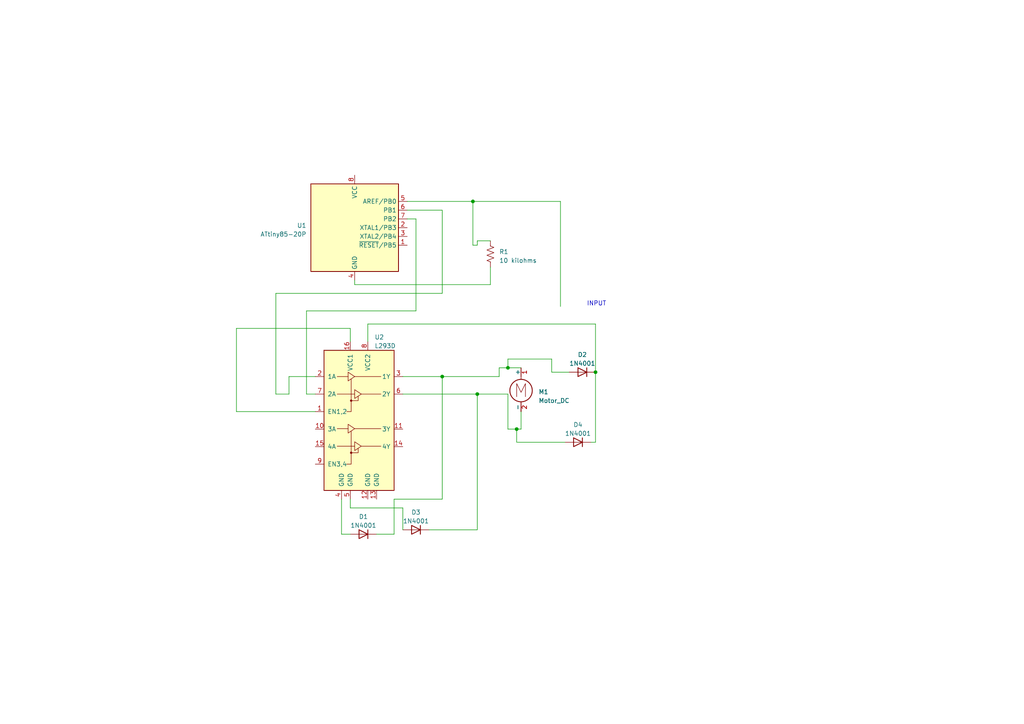
<source format=kicad_sch>
(kicad_sch (version 20230121) (generator eeschema)
  (paper "A4")
  (lib_symbols
    (symbol "Device:R_US" (pin_numbers hide) (pin_names (offset 0))
      (property "Reference" "R" (at 2.54 0 90))
      (property "Value" "R_US" (at -2.54 0 90))
      (symbol "R_US_0_1"
        (polyline (pts (xy 0 -2.286) (xy 0 -2.54)))
        (polyline (pts (xy 0 2.286) (xy 0 2.54)))
        (polyline (pts (xy 0 -0.762) (xy 1.016 -1.143) (xy 0 -1.524) (xy -1.016 -1.905) (xy 0 -2.286)))
        (polyline (pts (xy 0 0.762) (xy 1.016 0.381) (xy 0 0) (xy -1.016 -0.381) (xy 0 -0.762)))
        (polyline (pts (xy 0 2.286) (xy 1.016 1.905) (xy 0 1.524) (xy -1.016 1.143) (xy 0 0.762)))
      )
      (symbol "R_US_1_1"
        (pin passive line (at 0 3.81 270) (length 1.27) (name "~") (number "1"))
        (pin passive line (at 0 -3.81 90) (length 1.27) (name "~") (number "2"))
      )
    )
    (symbol "Diode:1N4001" (pin_numbers hide) (pin_names hide)
      (property "Reference" "D" (at 0 2.54 0))
      (property "Value" "1N4001" (at 0 -2.54 0))
      (symbol "1N4001_0_1"
        (polyline (pts (xy -1.27 1.27) (xy -1.27 -1.27)) (stroke (width 0.254)))
        (polyline (pts (xy 1.27 0) (xy -1.27 0)))
        (polyline (pts (xy 1.27 1.27) (xy 1.27 -1.27) (xy -1.27 0) (xy 1.27 1.27)) (stroke (width 0.254)))
      )
      (symbol "1N4001_1_1"
        (pin passive line (at -3.81 0 0) (length 2.54) (name "K") (number "1"))
        (pin passive line (at 3.81 0 180) (length 2.54) (name "A") (number "2"))
      )
    )
    (symbol "Driver_Motor:L293D" (pin_names (offset 1.016))
      (property "Reference" "U" (at -5.08 26.035 0))
      (property "Value" "L293D" (at -5.08 24.13 0))
      (symbol "L293D_0_1"
        (rectangle (start -10.16 22.86) (end 10.16 -17.78) (stroke (width 0.254)) (fill (type background)))
        (circle (center -2.286 -6.858) (radius 0.254) (fill (type outline)))
        (circle (center -2.286 8.255) (radius 0.254) (fill (type outline)))
        (polyline (pts (xy -6.35 -4.953) (xy -1.27 -4.953)))
        (polyline (pts (xy -6.35 0.127) (xy -3.175 0.127)))
        (polyline (pts (xy -6.35 10.16) (xy -1.27 10.16)))
        (polyline (pts (xy -6.35 15.24) (xy -3.175 15.24)))
        (polyline (pts (xy -1.27 0.127) (xy 6.35 0.127)))
        (polyline (pts (xy -1.27 15.24) (xy 6.35 15.24)))
        (polyline (pts (xy 0.635 -4.953) (xy 6.35 -4.953)))
        (polyline (pts (xy 0.635 10.16) (xy 6.35 10.16)))
        (polyline (pts (xy -2.286 -6.858) (xy -0.254 -6.858) (xy -0.254 -5.588)))
        (polyline (pts (xy -2.286 -0.635) (xy -2.286 -10.16) (xy -3.556 -10.16)))
        (polyline (pts (xy -2.286 8.255) (xy -0.254 8.255) (xy -0.254 9.525)))
        (polyline (pts (xy -2.286 14.478) (xy -2.286 5.08) (xy -3.556 5.08)))
        (polyline (pts (xy -3.175 1.397) (xy -3.175 -1.143) (xy -1.27 0.127) (xy -3.175 1.397)))
        (polyline (pts (xy -3.175 16.51) (xy -3.175 13.97) (xy -1.27 15.24) (xy -3.175 16.51)))
        (polyline (pts (xy -1.27 -3.683) (xy -1.27 -6.223) (xy 0.635 -4.953) (xy -1.27 -3.683)))
        (polyline (pts (xy -1.27 11.43) (xy -1.27 8.89) (xy 0.635 10.16) (xy -1.27 11.43)))
      )
      (symbol "L293D_1_1"
        (pin input line (at -12.7 5.08 0) (length 2.54) (name "EN1,2") (number "1"))
        (pin input line (at -12.7 0 0) (length 2.54) (name "3A") (number "10"))
        (pin output line (at 12.7 0 180) (length 2.54) (name "3Y") (number "11"))
        (pin power_in line (at 2.54 -20.32 90) (length 2.54) (name "GND") (number "12"))
        (pin power_in line (at 5.08 -20.32 90) (length 2.54) (name "GND") (number "13"))
        (pin output line (at 12.7 -5.08 180) (length 2.54) (name "4Y") (number "14"))
        (pin input line (at -12.7 -5.08 0) (length 2.54) (name "4A") (number "15"))
        (pin power_in line (at -2.54 25.4 270) (length 2.54) (name "VCC1") (number "16"))
        (pin input line (at -12.7 15.24 0) (length 2.54) (name "1A") (number "2"))
        (pin output line (at 12.7 15.24 180) (length 2.54) (name "1Y") (number "3"))
        (pin power_in line (at -5.08 -20.32 90) (length 2.54) (name "GND") (number "4"))
        (pin power_in line (at -2.54 -20.32 90) (length 2.54) (name "GND") (number "5"))
        (pin output line (at 12.7 10.16 180) (length 2.54) (name "2Y") (number "6"))
        (pin input line (at -12.7 10.16 0) (length 2.54) (name "2A") (number "7"))
        (pin power_in line (at 2.54 25.4 270) (length 2.54) (name "VCC2") (number "8"))
        (pin input line (at -12.7 -10.16 0) (length 2.54) (name "EN3,4") (number "9"))
      )
    )
    (symbol "MCU_Microchip_ATtiny:ATtiny85-20P"
      (property "Reference" "U" (at -12.7 13.97 0))
      (property "Value" "ATtiny85-20P" (at 2.54 -13.97 0))
      (symbol "ATtiny85-20P_0_1"
        (rectangle (start -12.7 -12.7) (end 12.7 12.7) (stroke (width 0.254)) (fill (type background)))
      )
      (symbol "ATtiny85-20P_1_1"
        (pin bidirectional line (at 15.24 -5.08 180) (length 2.54) (name "~{RESET}/PB5") (number "1"))
        (pin bidirectional line (at 15.24 0 180) (length 2.54) (name "XTAL1/PB3") (number "2"))
        (pin bidirectional line (at 15.24 -2.54 180) (length 2.54) (name "XTAL2/PB4") (number "3"))
        (pin power_in line (at 0 -15.24 90) (length 2.54) (name "GND") (number "4"))
        (pin bidirectional line (at 15.24 7.62 180) (length 2.54) (name "AREF/PB0") (number "5"))
        (pin bidirectional line (at 15.24 5.08 180) (length 2.54) (name "PB1") (number "6"))
        (pin bidirectional line (at 15.24 2.54 180) (length 2.54) (name "PB2") (number "7"))
        (pin power_in line (at 0 15.24 270) (length 2.54) (name "VCC") (number "8"))
      )
    )
    (symbol "Motor:Motor_DC" (pin_names (offset 0))
      (property "Reference" "M" (at 2.54 2.54 0))
      (property "Value" "Motor_DC" (at 2.54 -5.08 0))
      (symbol "Motor_DC_0_0"
        (polyline (pts (xy -1.27 -3.302) (xy -1.27 0.508) (xy 0 -2.032) (xy 1.27 0.508) (xy 1.27 -3.302)))
      )
      (symbol "Motor_DC_0_1"
        (circle (center 0 -1.524) (radius 3.2512) (stroke (width 0.254)))
        (polyline (pts (xy 0 -7.62) (xy 0 -7.112)))
        (polyline (pts (xy 0 -4.7752) (xy 0 -5.1816)))
        (polyline (pts (xy 0 1.7272) (xy 0 2.0828)))
        (polyline (pts (xy 0 2.032) (xy 0 2.54)))
      )
      (symbol "Motor_DC_1_1"
        (pin passive line (at 0 5.08 270) (length 2.54) (name "+") (number "1"))
        (pin passive line (at 0 -7.62 90) (length 2.54) (name "-") (number "2"))
      )
    )
  )
  (junction (at 138.43 114.3))
  (junction (at 149.86 124.46))
  (junction (at 128.27 109.22))
  (junction (at 147.32 106.68))
  (junction (at 172.72 107.95))
  (junction (at 137.16 58.42))
  (wire (pts (xy 138.43 71.12) (xy 138.43 69.85)))
  (wire (pts (xy 109.22 154.94) (xy 114.3 154.94)))
  (wire (pts (xy 147.32 106.68) (xy 151.13 106.68)))
  (wire (pts (xy 120.65 90.17) (xy 120.65 63.5)))
  (wire (pts (xy 128.27 144.78) (xy 128.27 109.22)))
  (wire (pts (xy 160.02 104.14) (xy 147.32 104.14)))
  (wire (pts (xy 118.11 60.96) (xy 128.27 60.96)))
  (wire (pts (xy 68.58 95.25) (xy 101.6 95.25)))
  (wire (pts (xy 106.68 93.98) (xy 172.72 93.98)))
  (wire (pts (xy 149.86 124.46) (xy 151.13 124.46)))
  (wire (pts (xy 162.56 88.9) (xy 162.56 58.42)))
  (wire (pts (xy 114.3 154.94) (xy 114.3 144.78)))
  (wire (pts (xy 101.6 147.32) (xy 116.84 147.32)))
  (wire (pts (xy 118.11 58.42) (xy 137.16 58.42)))
  (wire (pts (xy 144.78 109.22) (xy 144.78 106.68)))
  (wire (pts (xy 138.43 69.85) (xy 142.24 69.85)))
  (wire (pts (xy 151.13 124.46) (xy 151.13 119.38)))
  (wire (pts (xy 83.82 114.3) (xy 80.01 114.3)))
  (wire (pts (xy 172.72 93.98) (xy 172.72 107.95)))
  (wire (pts (xy 101.6 144.78) (xy 101.6 147.32)))
  (wire (pts (xy 149.86 128.27) (xy 149.86 124.46)))
  (wire (pts (xy 128.27 60.96) (xy 128.27 85.09)))
  (wire (pts (xy 88.9 90.17) (xy 120.65 90.17)))
  (wire (pts (xy 116.84 109.22) (xy 128.27 109.22)))
  (wire (pts (xy 83.82 109.22) (xy 83.82 114.3)))
  (wire (pts (xy 142.24 82.55) (xy 102.87 82.55)))
  (wire (pts (xy 114.3 144.78) (xy 128.27 144.78)))
  (wire (pts (xy 142.24 77.47) (xy 142.24 82.55)))
  (wire (pts (xy 99.06 154.94) (xy 101.6 154.94)))
  (wire (pts (xy 147.32 104.14) (xy 147.32 106.68)))
  (wire (pts (xy 147.32 124.46) (xy 149.86 124.46)))
  (wire (pts (xy 91.44 109.22) (xy 83.82 109.22)))
  (wire (pts (xy 172.72 128.27) (xy 172.72 107.95)))
  (wire (pts (xy 144.78 106.68) (xy 147.32 106.68)))
  (wire (pts (xy 99.06 144.78) (xy 99.06 154.94)))
  (wire (pts (xy 162.56 58.42) (xy 137.16 58.42)))
  (wire (pts (xy 120.65 63.5) (xy 118.11 63.5)))
  (wire (pts (xy 165.1 107.95) (xy 160.02 107.95)))
  (wire (pts (xy 91.44 114.3) (xy 88.9 114.3)))
  (wire (pts (xy 163.83 128.27) (xy 149.86 128.27)))
  (wire (pts (xy 138.43 114.3) (xy 147.32 114.3)))
  (wire (pts (xy 116.84 147.32) (xy 116.84 153.67)))
  (wire (pts (xy 68.58 119.38) (xy 68.58 95.25)))
  (wire (pts (xy 137.16 71.12) (xy 138.43 71.12)))
  (wire (pts (xy 116.84 114.3) (xy 138.43 114.3)))
  (wire (pts (xy 91.44 119.38) (xy 68.58 119.38)))
  (wire (pts (xy 128.27 109.22) (xy 144.78 109.22)))
  (wire (pts (xy 88.9 114.3) (xy 88.9 90.17)))
  (wire (pts (xy 147.32 114.3) (xy 147.32 124.46)))
  (wire (pts (xy 101.6 95.25) (xy 101.6 99.06)))
  (wire (pts (xy 106.68 99.06) (xy 106.68 93.98)))
  (wire (pts (xy 102.87 82.55) (xy 102.87 81.28)))
  (wire (pts (xy 80.01 114.3) (xy 80.01 85.09)))
  (wire (pts (xy 80.01 85.09) (xy 128.27 85.09)))
  (wire (pts (xy 160.02 107.95) (xy 160.02 104.14)))
  (wire (pts (xy 137.16 58.42) (xy 137.16 71.12)))
  (wire (pts (xy 124.46 153.67) (xy 138.43 153.67)))
  (wire (pts (xy 138.43 114.3) (xy 138.43 153.67)))
  (wire (pts (xy 171.45 128.27) (xy 172.72 128.27)))
  (text "INPUT" (at 170.18 88.9 0) (effects (font (size 1.27 1.27)) (justify left bottom)))
  (symbol (lib_id "Diode:1N4001") (at 167.64 128.27 0) (mirror y) (unit 1)
    (property "Reference" "D4" (at 167.64 123.19 0))
    (property "Value" "1N4001" (at 167.64 125.73 0))
    (property "Footprint" "Diode_THT:D_DO-41_SOD81_P10.16mm_Horizontal" (effects hide))
    (property "Datasheet" "http://www.vishay.com/docs/88503/1n4001.pdf" (effects hide))
    (property "Sim.Device" "D" (effects hide))
    (property "Sim.Pins" "1=K 2=A" (effects hide))
  )
  (symbol (lib_id "MCU_Microchip_ATtiny:ATtiny85-20P") (at 102.87 66.04 0) (unit 1)
    (property "Reference" "U1" (at 88.9 65.405 0) (effects (justify right)))
    (property "Value" "ATtiny85-20P" (at 88.9 67.945 0) (effects (justify right)))
    (property "Footprint" "Package_DIP:DIP-8_W7.62mm" (effects hide))
    (property "Datasheet" "http://ww1.microchip.com/downloads/en/DeviceDoc/atmel-2586-avr-8-bit-microcontroller-attiny25-attiny45-attiny85_datasheet.pdf" (effects hide))
  )
  (symbol (lib_id "Diode:1N4001") (at 120.65 153.67 0) (mirror y) (unit 1)
    (property "Reference" "D3" (at 120.65 148.59 0))
    (property "Value" "1N4001" (at 120.65 151.13 0))
    (property "Footprint" "Diode_THT:D_DO-41_SOD81_P10.16mm_Horizontal" (effects hide))
    (property "Datasheet" "http://www.vishay.com/docs/88503/1n4001.pdf" (effects hide))
    (property "Sim.Device" "D" (effects hide))
    (property "Sim.Pins" "1=K 2=A" (effects hide))
  )
  (symbol (lib_id "Device:R_US") (at 142.24 73.66 0) (unit 1)
    (property "Reference" "R1" (at 144.78 73.025 0) (effects (justify left)))
    (property "Value" "10 kilohms" (at 144.78 75.565 0) (effects (justify left)))
  )
  (symbol (lib_id "Diode:1N4001") (at 168.91 107.95 0) (mirror y) (unit 1)
    (property "Reference" "D2" (at 168.91 102.87 0))
    (property "Value" "1N4001" (at 168.91 105.41 0))
    (property "Footprint" "Diode_THT:D_DO-41_SOD81_P10.16mm_Horizontal" (effects hide))
    (property "Datasheet" "http://www.vishay.com/docs/88503/1n4001.pdf" (effects hide))
    (property "Sim.Device" "D" (effects hide))
    (property "Sim.Pins" "1=K 2=A" (effects hide))
  )
  (symbol (lib_id "Driver_Motor:L293D") (at 104.14 124.46 0) (unit 1)
    (property "Reference" "U2" (at 108.6359 97.79 0) (effects (justify left)))
    (property "Value" "L293D" (at 108.6359 100.33 0) (effects (justify left)))
    (property "Footprint" "Package_DIP:DIP-16_W7.62mm" (effects hide))
    (property "Datasheet" "http://www.ti.com/lit/ds/symlink/l293.pdf" (effects hide))
  )
  (symbol (lib_id "Motor:Motor_DC") (at 151.13 111.76 0) (unit 1)
    (property "Reference" "M1" (at 156.21 113.665 0) (effects (justify left)))
    (property "Value" "Motor_DC" (at 156.21 116.205 0) (effects (justify left)))
  )
  (symbol (lib_id "Diode:1N4001") (at 105.41 154.94 0) (mirror y) (unit 1)
    (property "Reference" "D1" (at 105.41 149.86 0))
    (property "Value" "1N4001" (at 105.41 152.4 0))
    (property "Footprint" "Diode_THT:D_DO-41_SOD81_P10.16mm_Horizontal" (effects hide))
    (property "Datasheet" "http://www.vishay.com/docs/88503/1n4001.pdf" (effects hide))
    (property "Sim.Device" "D" (effects hide))
    (property "Sim.Pins" "1=K 2=A" (effects hide))
  )
)
</source>
